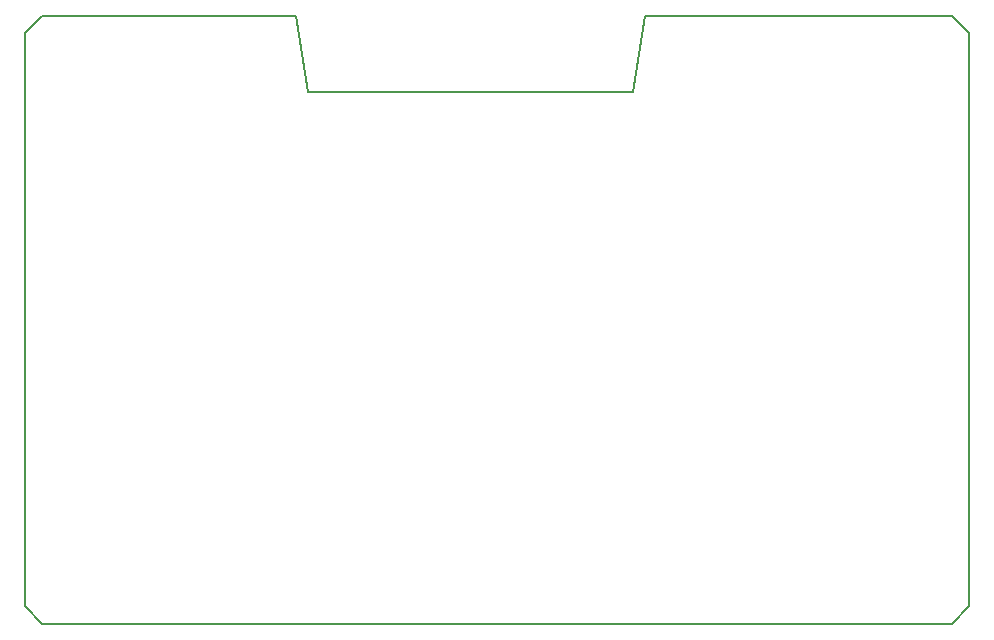
<source format=gm1>
G04 #@! TF.GenerationSoftware,KiCad,Pcbnew,(5.1.9)-1*
G04 #@! TF.CreationDate,2021-06-19T22:35:00+01:00*
G04 #@! TF.ProjectId,garden,67617264-656e-42e6-9b69-6361645f7063,rev?*
G04 #@! TF.SameCoordinates,Original*
G04 #@! TF.FileFunction,Profile,NP*
%FSLAX46Y46*%
G04 Gerber Fmt 4.6, Leading zero omitted, Abs format (unit mm)*
G04 Created by KiCad (PCBNEW (5.1.9)-1) date 2021-06-19 22:35:00*
%MOMM*%
%LPD*%
G01*
G04 APERTURE LIST*
G04 #@! TA.AperFunction,Profile*
%ADD10C,0.150000*%
G04 #@! TD*
G04 APERTURE END LIST*
D10*
X132000000Y-49500000D02*
X106000000Y-49500000D01*
X133500000Y-99500000D02*
X133500000Y-51000000D01*
X55000000Y-101000000D02*
X132000000Y-101000000D01*
X53500000Y-51000000D02*
X53500000Y-99500000D01*
X76500000Y-49500000D02*
X55000000Y-49500000D01*
X133500000Y-51000000D02*
X132000000Y-49500000D01*
X132000000Y-101000000D02*
X133500000Y-99500000D01*
X55000000Y-101000000D02*
X53500000Y-99500000D01*
X55000000Y-49500000D02*
X53500000Y-51000000D01*
X105000000Y-56000000D02*
X106000000Y-49500000D01*
X77500000Y-56000000D02*
X105000000Y-56000000D01*
X76500000Y-49500000D02*
X77500000Y-56000000D01*
M02*

</source>
